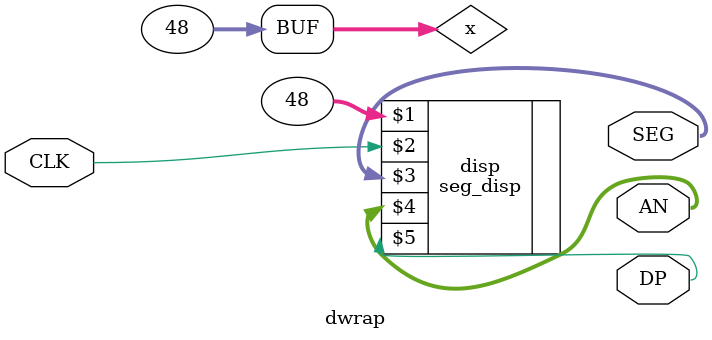
<source format=v>
module dwrap(
    input CLK,
    output [6:0] SEG,
    output [7:0] AN,
    output DP
);
    wire [31:0] x = 32'd48;
    
    seg_disp disp(x, CLK, SEG, AN, DP);
    
endmodule 
</source>
